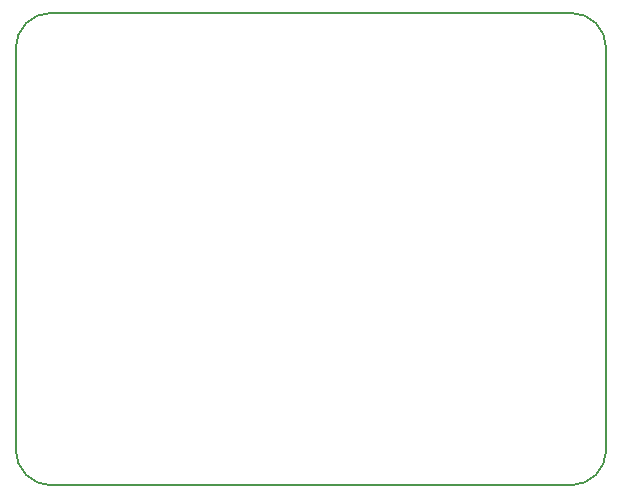
<source format=gbr>
G04 #@! TF.GenerationSoftware,KiCad,Pcbnew,5.0.2-bee76a0~70~ubuntu18.04.1*
G04 #@! TF.CreationDate,2020-08-11T13:50:02+01:00*
G04 #@! TF.ProjectId,picodvi,7069636f-6476-4692-9e6b-696361645f70,rev?*
G04 #@! TF.SameCoordinates,Original*
G04 #@! TF.FileFunction,Profile,NP*
%FSLAX46Y46*%
G04 Gerber Fmt 4.6, Leading zero omitted, Abs format (unit mm)*
G04 Created by KiCad (PCBNEW 5.0.2-bee76a0~70~ubuntu18.04.1) date Tue 11 Aug 2020 13:50:02 BST*
%MOMM*%
%LPD*%
G01*
G04 APERTURE LIST*
%ADD10C,0.150000*%
G04 APERTURE END LIST*
D10*
X250000000Y-122000000D02*
G75*
G02X247000000Y-125000000I-3000000J0D01*
G01*
X247000000Y-85000000D02*
G75*
G02X250000000Y-88000000I0J-3000000D01*
G01*
X200000000Y-88000000D02*
G75*
G02X203000000Y-85000000I3000000J0D01*
G01*
X203000000Y-125000000D02*
G75*
G02X200000000Y-122000000I0J3000000D01*
G01*
X247000000Y-125000000D02*
X203000000Y-125000000D01*
X250000000Y-88000000D02*
X250000000Y-122000000D01*
X203000000Y-85000000D02*
X247000000Y-85000000D01*
X200000000Y-122000000D02*
X200000000Y-88000000D01*
M02*

</source>
